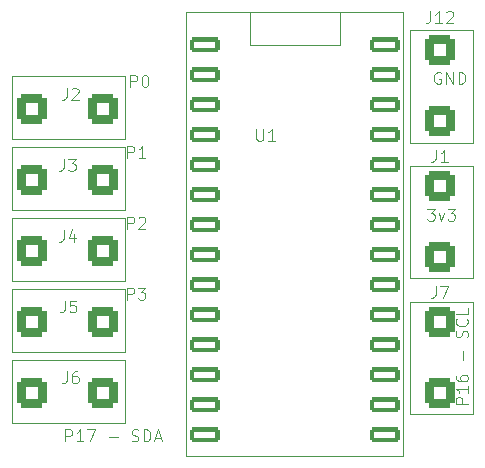
<source format=gto>
G04 #@! TF.GenerationSoftware,KiCad,Pcbnew,9.0.0-9.0.0-2~ubuntu24.04.1*
G04 #@! TF.CreationDate,2025-04-02T19:49:27+02:00*
G04 #@! TF.ProjectId,Teensy_Interface,5465656e-7379-45f4-996e-746572666163,rev?*
G04 #@! TF.SameCoordinates,Original*
G04 #@! TF.FileFunction,Legend,Top*
G04 #@! TF.FilePolarity,Positive*
%FSLAX46Y46*%
G04 Gerber Fmt 4.6, Leading zero omitted, Abs format (unit mm)*
G04 Created by KiCad (PCBNEW 9.0.0-9.0.0-2~ubuntu24.04.1) date 2025-04-02 19:49:27*
%MOMM*%
%LPD*%
G01*
G04 APERTURE LIST*
G04 Aperture macros list*
%AMRoundRect*
0 Rectangle with rounded corners*
0 $1 Rounding radius*
0 $2 $3 $4 $5 $6 $7 $8 $9 X,Y pos of 4 corners*
0 Add a 4 corners polygon primitive as box body*
4,1,4,$2,$3,$4,$5,$6,$7,$8,$9,$2,$3,0*
0 Add four circle primitives for the rounded corners*
1,1,$1+$1,$2,$3*
1,1,$1+$1,$4,$5*
1,1,$1+$1,$6,$7*
1,1,$1+$1,$8,$9*
0 Add four rect primitives between the rounded corners*
20,1,$1+$1,$2,$3,$4,$5,0*
20,1,$1+$1,$4,$5,$6,$7,0*
20,1,$1+$1,$6,$7,$8,$9,0*
20,1,$1+$1,$8,$9,$2,$3,0*%
G04 Aperture macros list end*
%ADD10C,0.100000*%
%ADD11RoundRect,0.381000X0.889000X-0.889000X0.889000X0.889000X-0.889000X0.889000X-0.889000X-0.889000X0*%
%ADD12RoundRect,0.190500X-1.079500X-0.444500X1.079500X-0.444500X1.079500X0.444500X-1.079500X0.444500X0*%
%ADD13RoundRect,0.381000X-0.889000X-0.889000X0.889000X-0.889000X0.889000X0.889000X-0.889000X0.889000X0*%
G04 APERTURE END LIST*
D10*
X80303884Y-54622419D02*
X80303884Y-53622419D01*
X80303884Y-53622419D02*
X80684836Y-53622419D01*
X80684836Y-53622419D02*
X80780074Y-53670038D01*
X80780074Y-53670038D02*
X80827693Y-53717657D01*
X80827693Y-53717657D02*
X80875312Y-53812895D01*
X80875312Y-53812895D02*
X80875312Y-53955752D01*
X80875312Y-53955752D02*
X80827693Y-54050990D01*
X80827693Y-54050990D02*
X80780074Y-54098609D01*
X80780074Y-54098609D02*
X80684836Y-54146228D01*
X80684836Y-54146228D02*
X80303884Y-54146228D01*
X81494360Y-53622419D02*
X81589598Y-53622419D01*
X81589598Y-53622419D02*
X81684836Y-53670038D01*
X81684836Y-53670038D02*
X81732455Y-53717657D01*
X81732455Y-53717657D02*
X81780074Y-53812895D01*
X81780074Y-53812895D02*
X81827693Y-54003371D01*
X81827693Y-54003371D02*
X81827693Y-54241466D01*
X81827693Y-54241466D02*
X81780074Y-54431942D01*
X81780074Y-54431942D02*
X81732455Y-54527180D01*
X81732455Y-54527180D02*
X81684836Y-54574800D01*
X81684836Y-54574800D02*
X81589598Y-54622419D01*
X81589598Y-54622419D02*
X81494360Y-54622419D01*
X81494360Y-54622419D02*
X81399122Y-54574800D01*
X81399122Y-54574800D02*
X81351503Y-54527180D01*
X81351503Y-54527180D02*
X81303884Y-54431942D01*
X81303884Y-54431942D02*
X81256265Y-54241466D01*
X81256265Y-54241466D02*
X81256265Y-54003371D01*
X81256265Y-54003371D02*
X81303884Y-53812895D01*
X81303884Y-53812895D02*
X81351503Y-53717657D01*
X81351503Y-53717657D02*
X81399122Y-53670038D01*
X81399122Y-53670038D02*
X81494360Y-53622419D01*
X106577693Y-53420038D02*
X106482455Y-53372419D01*
X106482455Y-53372419D02*
X106339598Y-53372419D01*
X106339598Y-53372419D02*
X106196741Y-53420038D01*
X106196741Y-53420038D02*
X106101503Y-53515276D01*
X106101503Y-53515276D02*
X106053884Y-53610514D01*
X106053884Y-53610514D02*
X106006265Y-53800990D01*
X106006265Y-53800990D02*
X106006265Y-53943847D01*
X106006265Y-53943847D02*
X106053884Y-54134323D01*
X106053884Y-54134323D02*
X106101503Y-54229561D01*
X106101503Y-54229561D02*
X106196741Y-54324800D01*
X106196741Y-54324800D02*
X106339598Y-54372419D01*
X106339598Y-54372419D02*
X106434836Y-54372419D01*
X106434836Y-54372419D02*
X106577693Y-54324800D01*
X106577693Y-54324800D02*
X106625312Y-54277180D01*
X106625312Y-54277180D02*
X106625312Y-53943847D01*
X106625312Y-53943847D02*
X106434836Y-53943847D01*
X107053884Y-54372419D02*
X107053884Y-53372419D01*
X107053884Y-53372419D02*
X107625312Y-54372419D01*
X107625312Y-54372419D02*
X107625312Y-53372419D01*
X108101503Y-54372419D02*
X108101503Y-53372419D01*
X108101503Y-53372419D02*
X108339598Y-53372419D01*
X108339598Y-53372419D02*
X108482455Y-53420038D01*
X108482455Y-53420038D02*
X108577693Y-53515276D01*
X108577693Y-53515276D02*
X108625312Y-53610514D01*
X108625312Y-53610514D02*
X108672931Y-53800990D01*
X108672931Y-53800990D02*
X108672931Y-53943847D01*
X108672931Y-53943847D02*
X108625312Y-54134323D01*
X108625312Y-54134323D02*
X108577693Y-54229561D01*
X108577693Y-54229561D02*
X108482455Y-54324800D01*
X108482455Y-54324800D02*
X108339598Y-54372419D01*
X108339598Y-54372419D02*
X108101503Y-54372419D01*
X80053884Y-66622419D02*
X80053884Y-65622419D01*
X80053884Y-65622419D02*
X80434836Y-65622419D01*
X80434836Y-65622419D02*
X80530074Y-65670038D01*
X80530074Y-65670038D02*
X80577693Y-65717657D01*
X80577693Y-65717657D02*
X80625312Y-65812895D01*
X80625312Y-65812895D02*
X80625312Y-65955752D01*
X80625312Y-65955752D02*
X80577693Y-66050990D01*
X80577693Y-66050990D02*
X80530074Y-66098609D01*
X80530074Y-66098609D02*
X80434836Y-66146228D01*
X80434836Y-66146228D02*
X80053884Y-66146228D01*
X81006265Y-65717657D02*
X81053884Y-65670038D01*
X81053884Y-65670038D02*
X81149122Y-65622419D01*
X81149122Y-65622419D02*
X81387217Y-65622419D01*
X81387217Y-65622419D02*
X81482455Y-65670038D01*
X81482455Y-65670038D02*
X81530074Y-65717657D01*
X81530074Y-65717657D02*
X81577693Y-65812895D01*
X81577693Y-65812895D02*
X81577693Y-65908133D01*
X81577693Y-65908133D02*
X81530074Y-66050990D01*
X81530074Y-66050990D02*
X80958646Y-66622419D01*
X80958646Y-66622419D02*
X81577693Y-66622419D01*
X80053884Y-60622419D02*
X80053884Y-59622419D01*
X80053884Y-59622419D02*
X80434836Y-59622419D01*
X80434836Y-59622419D02*
X80530074Y-59670038D01*
X80530074Y-59670038D02*
X80577693Y-59717657D01*
X80577693Y-59717657D02*
X80625312Y-59812895D01*
X80625312Y-59812895D02*
X80625312Y-59955752D01*
X80625312Y-59955752D02*
X80577693Y-60050990D01*
X80577693Y-60050990D02*
X80530074Y-60098609D01*
X80530074Y-60098609D02*
X80434836Y-60146228D01*
X80434836Y-60146228D02*
X80053884Y-60146228D01*
X81577693Y-60622419D02*
X81006265Y-60622419D01*
X81291979Y-60622419D02*
X81291979Y-59622419D01*
X81291979Y-59622419D02*
X81196741Y-59765276D01*
X81196741Y-59765276D02*
X81101503Y-59860514D01*
X81101503Y-59860514D02*
X81006265Y-59908133D01*
X105458646Y-64938719D02*
X106077693Y-64938719D01*
X106077693Y-64938719D02*
X105744360Y-65319671D01*
X105744360Y-65319671D02*
X105887217Y-65319671D01*
X105887217Y-65319671D02*
X105982455Y-65367290D01*
X105982455Y-65367290D02*
X106030074Y-65414909D01*
X106030074Y-65414909D02*
X106077693Y-65510147D01*
X106077693Y-65510147D02*
X106077693Y-65748242D01*
X106077693Y-65748242D02*
X106030074Y-65843480D01*
X106030074Y-65843480D02*
X105982455Y-65891100D01*
X105982455Y-65891100D02*
X105887217Y-65938719D01*
X105887217Y-65938719D02*
X105601503Y-65938719D01*
X105601503Y-65938719D02*
X105506265Y-65891100D01*
X105506265Y-65891100D02*
X105458646Y-65843480D01*
X106411027Y-65272052D02*
X106649122Y-65938719D01*
X106649122Y-65938719D02*
X106887217Y-65272052D01*
X107172932Y-64938719D02*
X107791979Y-64938719D01*
X107791979Y-64938719D02*
X107458646Y-65319671D01*
X107458646Y-65319671D02*
X107601503Y-65319671D01*
X107601503Y-65319671D02*
X107696741Y-65367290D01*
X107696741Y-65367290D02*
X107744360Y-65414909D01*
X107744360Y-65414909D02*
X107791979Y-65510147D01*
X107791979Y-65510147D02*
X107791979Y-65748242D01*
X107791979Y-65748242D02*
X107744360Y-65843480D01*
X107744360Y-65843480D02*
X107696741Y-65891100D01*
X107696741Y-65891100D02*
X107601503Y-65938719D01*
X107601503Y-65938719D02*
X107315789Y-65938719D01*
X107315789Y-65938719D02*
X107220551Y-65891100D01*
X107220551Y-65891100D02*
X107172932Y-65843480D01*
X108872419Y-81446115D02*
X107872419Y-81446115D01*
X107872419Y-81446115D02*
X107872419Y-81065163D01*
X107872419Y-81065163D02*
X107920038Y-80969925D01*
X107920038Y-80969925D02*
X107967657Y-80922306D01*
X107967657Y-80922306D02*
X108062895Y-80874687D01*
X108062895Y-80874687D02*
X108205752Y-80874687D01*
X108205752Y-80874687D02*
X108300990Y-80922306D01*
X108300990Y-80922306D02*
X108348609Y-80969925D01*
X108348609Y-80969925D02*
X108396228Y-81065163D01*
X108396228Y-81065163D02*
X108396228Y-81446115D01*
X108872419Y-79922306D02*
X108872419Y-80493734D01*
X108872419Y-80208020D02*
X107872419Y-80208020D01*
X107872419Y-80208020D02*
X108015276Y-80303258D01*
X108015276Y-80303258D02*
X108110514Y-80398496D01*
X108110514Y-80398496D02*
X108158133Y-80493734D01*
X107872419Y-79065163D02*
X107872419Y-79255639D01*
X107872419Y-79255639D02*
X107920038Y-79350877D01*
X107920038Y-79350877D02*
X107967657Y-79398496D01*
X107967657Y-79398496D02*
X108110514Y-79493734D01*
X108110514Y-79493734D02*
X108300990Y-79541353D01*
X108300990Y-79541353D02*
X108681942Y-79541353D01*
X108681942Y-79541353D02*
X108777180Y-79493734D01*
X108777180Y-79493734D02*
X108824800Y-79446115D01*
X108824800Y-79446115D02*
X108872419Y-79350877D01*
X108872419Y-79350877D02*
X108872419Y-79160401D01*
X108872419Y-79160401D02*
X108824800Y-79065163D01*
X108824800Y-79065163D02*
X108777180Y-79017544D01*
X108777180Y-79017544D02*
X108681942Y-78969925D01*
X108681942Y-78969925D02*
X108443847Y-78969925D01*
X108443847Y-78969925D02*
X108348609Y-79017544D01*
X108348609Y-79017544D02*
X108300990Y-79065163D01*
X108300990Y-79065163D02*
X108253371Y-79160401D01*
X108253371Y-79160401D02*
X108253371Y-79350877D01*
X108253371Y-79350877D02*
X108300990Y-79446115D01*
X108300990Y-79446115D02*
X108348609Y-79493734D01*
X108348609Y-79493734D02*
X108443847Y-79541353D01*
X108491466Y-77779448D02*
X108491466Y-77017544D01*
X108824800Y-75827067D02*
X108872419Y-75684210D01*
X108872419Y-75684210D02*
X108872419Y-75446115D01*
X108872419Y-75446115D02*
X108824800Y-75350877D01*
X108824800Y-75350877D02*
X108777180Y-75303258D01*
X108777180Y-75303258D02*
X108681942Y-75255639D01*
X108681942Y-75255639D02*
X108586704Y-75255639D01*
X108586704Y-75255639D02*
X108491466Y-75303258D01*
X108491466Y-75303258D02*
X108443847Y-75350877D01*
X108443847Y-75350877D02*
X108396228Y-75446115D01*
X108396228Y-75446115D02*
X108348609Y-75636591D01*
X108348609Y-75636591D02*
X108300990Y-75731829D01*
X108300990Y-75731829D02*
X108253371Y-75779448D01*
X108253371Y-75779448D02*
X108158133Y-75827067D01*
X108158133Y-75827067D02*
X108062895Y-75827067D01*
X108062895Y-75827067D02*
X107967657Y-75779448D01*
X107967657Y-75779448D02*
X107920038Y-75731829D01*
X107920038Y-75731829D02*
X107872419Y-75636591D01*
X107872419Y-75636591D02*
X107872419Y-75398496D01*
X107872419Y-75398496D02*
X107920038Y-75255639D01*
X108777180Y-74255639D02*
X108824800Y-74303258D01*
X108824800Y-74303258D02*
X108872419Y-74446115D01*
X108872419Y-74446115D02*
X108872419Y-74541353D01*
X108872419Y-74541353D02*
X108824800Y-74684210D01*
X108824800Y-74684210D02*
X108729561Y-74779448D01*
X108729561Y-74779448D02*
X108634323Y-74827067D01*
X108634323Y-74827067D02*
X108443847Y-74874686D01*
X108443847Y-74874686D02*
X108300990Y-74874686D01*
X108300990Y-74874686D02*
X108110514Y-74827067D01*
X108110514Y-74827067D02*
X108015276Y-74779448D01*
X108015276Y-74779448D02*
X107920038Y-74684210D01*
X107920038Y-74684210D02*
X107872419Y-74541353D01*
X107872419Y-74541353D02*
X107872419Y-74446115D01*
X107872419Y-74446115D02*
X107920038Y-74303258D01*
X107920038Y-74303258D02*
X107967657Y-74255639D01*
X108872419Y-73350877D02*
X108872419Y-73827067D01*
X108872419Y-73827067D02*
X107872419Y-73827067D01*
X80053884Y-72622419D02*
X80053884Y-71622419D01*
X80053884Y-71622419D02*
X80434836Y-71622419D01*
X80434836Y-71622419D02*
X80530074Y-71670038D01*
X80530074Y-71670038D02*
X80577693Y-71717657D01*
X80577693Y-71717657D02*
X80625312Y-71812895D01*
X80625312Y-71812895D02*
X80625312Y-71955752D01*
X80625312Y-71955752D02*
X80577693Y-72050990D01*
X80577693Y-72050990D02*
X80530074Y-72098609D01*
X80530074Y-72098609D02*
X80434836Y-72146228D01*
X80434836Y-72146228D02*
X80053884Y-72146228D01*
X80958646Y-71622419D02*
X81577693Y-71622419D01*
X81577693Y-71622419D02*
X81244360Y-72003371D01*
X81244360Y-72003371D02*
X81387217Y-72003371D01*
X81387217Y-72003371D02*
X81482455Y-72050990D01*
X81482455Y-72050990D02*
X81530074Y-72098609D01*
X81530074Y-72098609D02*
X81577693Y-72193847D01*
X81577693Y-72193847D02*
X81577693Y-72431942D01*
X81577693Y-72431942D02*
X81530074Y-72527180D01*
X81530074Y-72527180D02*
X81482455Y-72574800D01*
X81482455Y-72574800D02*
X81387217Y-72622419D01*
X81387217Y-72622419D02*
X81101503Y-72622419D01*
X81101503Y-72622419D02*
X81006265Y-72574800D01*
X81006265Y-72574800D02*
X80958646Y-72527180D01*
X74803884Y-84622419D02*
X74803884Y-83622419D01*
X74803884Y-83622419D02*
X75184836Y-83622419D01*
X75184836Y-83622419D02*
X75280074Y-83670038D01*
X75280074Y-83670038D02*
X75327693Y-83717657D01*
X75327693Y-83717657D02*
X75375312Y-83812895D01*
X75375312Y-83812895D02*
X75375312Y-83955752D01*
X75375312Y-83955752D02*
X75327693Y-84050990D01*
X75327693Y-84050990D02*
X75280074Y-84098609D01*
X75280074Y-84098609D02*
X75184836Y-84146228D01*
X75184836Y-84146228D02*
X74803884Y-84146228D01*
X76327693Y-84622419D02*
X75756265Y-84622419D01*
X76041979Y-84622419D02*
X76041979Y-83622419D01*
X76041979Y-83622419D02*
X75946741Y-83765276D01*
X75946741Y-83765276D02*
X75851503Y-83860514D01*
X75851503Y-83860514D02*
X75756265Y-83908133D01*
X76661027Y-83622419D02*
X77327693Y-83622419D01*
X77327693Y-83622419D02*
X76899122Y-84622419D01*
X78470551Y-84241466D02*
X79232456Y-84241466D01*
X80422932Y-84574800D02*
X80565789Y-84622419D01*
X80565789Y-84622419D02*
X80803884Y-84622419D01*
X80803884Y-84622419D02*
X80899122Y-84574800D01*
X80899122Y-84574800D02*
X80946741Y-84527180D01*
X80946741Y-84527180D02*
X80994360Y-84431942D01*
X80994360Y-84431942D02*
X80994360Y-84336704D01*
X80994360Y-84336704D02*
X80946741Y-84241466D01*
X80946741Y-84241466D02*
X80899122Y-84193847D01*
X80899122Y-84193847D02*
X80803884Y-84146228D01*
X80803884Y-84146228D02*
X80613408Y-84098609D01*
X80613408Y-84098609D02*
X80518170Y-84050990D01*
X80518170Y-84050990D02*
X80470551Y-84003371D01*
X80470551Y-84003371D02*
X80422932Y-83908133D01*
X80422932Y-83908133D02*
X80422932Y-83812895D01*
X80422932Y-83812895D02*
X80470551Y-83717657D01*
X80470551Y-83717657D02*
X80518170Y-83670038D01*
X80518170Y-83670038D02*
X80613408Y-83622419D01*
X80613408Y-83622419D02*
X80851503Y-83622419D01*
X80851503Y-83622419D02*
X80994360Y-83670038D01*
X81422932Y-84622419D02*
X81422932Y-83622419D01*
X81422932Y-83622419D02*
X81661027Y-83622419D01*
X81661027Y-83622419D02*
X81803884Y-83670038D01*
X81803884Y-83670038D02*
X81899122Y-83765276D01*
X81899122Y-83765276D02*
X81946741Y-83860514D01*
X81946741Y-83860514D02*
X81994360Y-84050990D01*
X81994360Y-84050990D02*
X81994360Y-84193847D01*
X81994360Y-84193847D02*
X81946741Y-84384323D01*
X81946741Y-84384323D02*
X81899122Y-84479561D01*
X81899122Y-84479561D02*
X81803884Y-84574800D01*
X81803884Y-84574800D02*
X81661027Y-84622419D01*
X81661027Y-84622419D02*
X81422932Y-84622419D01*
X82375313Y-84336704D02*
X82851503Y-84336704D01*
X82280075Y-84622419D02*
X82613408Y-83622419D01*
X82613408Y-83622419D02*
X82946741Y-84622419D01*
X74666666Y-60707419D02*
X74666666Y-61421704D01*
X74666666Y-61421704D02*
X74619047Y-61564561D01*
X74619047Y-61564561D02*
X74523809Y-61659800D01*
X74523809Y-61659800D02*
X74380952Y-61707419D01*
X74380952Y-61707419D02*
X74285714Y-61707419D01*
X75047619Y-60707419D02*
X75666666Y-60707419D01*
X75666666Y-60707419D02*
X75333333Y-61088371D01*
X75333333Y-61088371D02*
X75476190Y-61088371D01*
X75476190Y-61088371D02*
X75571428Y-61135990D01*
X75571428Y-61135990D02*
X75619047Y-61183609D01*
X75619047Y-61183609D02*
X75666666Y-61278847D01*
X75666666Y-61278847D02*
X75666666Y-61516942D01*
X75666666Y-61516942D02*
X75619047Y-61612180D01*
X75619047Y-61612180D02*
X75571428Y-61659800D01*
X75571428Y-61659800D02*
X75476190Y-61707419D01*
X75476190Y-61707419D02*
X75190476Y-61707419D01*
X75190476Y-61707419D02*
X75095238Y-61659800D01*
X75095238Y-61659800D02*
X75047619Y-61612180D01*
X90975095Y-58168219D02*
X90975095Y-58977742D01*
X90975095Y-58977742D02*
X91022714Y-59072980D01*
X91022714Y-59072980D02*
X91070333Y-59120600D01*
X91070333Y-59120600D02*
X91165571Y-59168219D01*
X91165571Y-59168219D02*
X91356047Y-59168219D01*
X91356047Y-59168219D02*
X91451285Y-59120600D01*
X91451285Y-59120600D02*
X91498904Y-59072980D01*
X91498904Y-59072980D02*
X91546523Y-58977742D01*
X91546523Y-58977742D02*
X91546523Y-58168219D01*
X92546523Y-59168219D02*
X91975095Y-59168219D01*
X92260809Y-59168219D02*
X92260809Y-58168219D01*
X92260809Y-58168219D02*
X92165571Y-58311076D01*
X92165571Y-58311076D02*
X92070333Y-58406314D01*
X92070333Y-58406314D02*
X91975095Y-58453933D01*
X74916666Y-78707419D02*
X74916666Y-79421704D01*
X74916666Y-79421704D02*
X74869047Y-79564561D01*
X74869047Y-79564561D02*
X74773809Y-79659800D01*
X74773809Y-79659800D02*
X74630952Y-79707419D01*
X74630952Y-79707419D02*
X74535714Y-79707419D01*
X75821428Y-78707419D02*
X75630952Y-78707419D01*
X75630952Y-78707419D02*
X75535714Y-78755038D01*
X75535714Y-78755038D02*
X75488095Y-78802657D01*
X75488095Y-78802657D02*
X75392857Y-78945514D01*
X75392857Y-78945514D02*
X75345238Y-79135990D01*
X75345238Y-79135990D02*
X75345238Y-79516942D01*
X75345238Y-79516942D02*
X75392857Y-79612180D01*
X75392857Y-79612180D02*
X75440476Y-79659800D01*
X75440476Y-79659800D02*
X75535714Y-79707419D01*
X75535714Y-79707419D02*
X75726190Y-79707419D01*
X75726190Y-79707419D02*
X75821428Y-79659800D01*
X75821428Y-79659800D02*
X75869047Y-79612180D01*
X75869047Y-79612180D02*
X75916666Y-79516942D01*
X75916666Y-79516942D02*
X75916666Y-79278847D01*
X75916666Y-79278847D02*
X75869047Y-79183609D01*
X75869047Y-79183609D02*
X75821428Y-79135990D01*
X75821428Y-79135990D02*
X75726190Y-79088371D01*
X75726190Y-79088371D02*
X75535714Y-79088371D01*
X75535714Y-79088371D02*
X75440476Y-79135990D01*
X75440476Y-79135990D02*
X75392857Y-79183609D01*
X75392857Y-79183609D02*
X75345238Y-79278847D01*
X74916666Y-54707419D02*
X74916666Y-55421704D01*
X74916666Y-55421704D02*
X74869047Y-55564561D01*
X74869047Y-55564561D02*
X74773809Y-55659800D01*
X74773809Y-55659800D02*
X74630952Y-55707419D01*
X74630952Y-55707419D02*
X74535714Y-55707419D01*
X75345238Y-54802657D02*
X75392857Y-54755038D01*
X75392857Y-54755038D02*
X75488095Y-54707419D01*
X75488095Y-54707419D02*
X75726190Y-54707419D01*
X75726190Y-54707419D02*
X75821428Y-54755038D01*
X75821428Y-54755038D02*
X75869047Y-54802657D01*
X75869047Y-54802657D02*
X75916666Y-54897895D01*
X75916666Y-54897895D02*
X75916666Y-54993133D01*
X75916666Y-54993133D02*
X75869047Y-55135990D01*
X75869047Y-55135990D02*
X75297619Y-55707419D01*
X75297619Y-55707419D02*
X75916666Y-55707419D01*
X106166666Y-59957419D02*
X106166666Y-60671704D01*
X106166666Y-60671704D02*
X106119047Y-60814561D01*
X106119047Y-60814561D02*
X106023809Y-60909800D01*
X106023809Y-60909800D02*
X105880952Y-60957419D01*
X105880952Y-60957419D02*
X105785714Y-60957419D01*
X107166666Y-60957419D02*
X106595238Y-60957419D01*
X106880952Y-60957419D02*
X106880952Y-59957419D01*
X106880952Y-59957419D02*
X106785714Y-60100276D01*
X106785714Y-60100276D02*
X106690476Y-60195514D01*
X106690476Y-60195514D02*
X106595238Y-60243133D01*
X74732966Y-72707419D02*
X74732966Y-73421704D01*
X74732966Y-73421704D02*
X74685347Y-73564561D01*
X74685347Y-73564561D02*
X74590109Y-73659800D01*
X74590109Y-73659800D02*
X74447252Y-73707419D01*
X74447252Y-73707419D02*
X74352014Y-73707419D01*
X75685347Y-72707419D02*
X75209157Y-72707419D01*
X75209157Y-72707419D02*
X75161538Y-73183609D01*
X75161538Y-73183609D02*
X75209157Y-73135990D01*
X75209157Y-73135990D02*
X75304395Y-73088371D01*
X75304395Y-73088371D02*
X75542490Y-73088371D01*
X75542490Y-73088371D02*
X75637728Y-73135990D01*
X75637728Y-73135990D02*
X75685347Y-73183609D01*
X75685347Y-73183609D02*
X75732966Y-73278847D01*
X75732966Y-73278847D02*
X75732966Y-73516942D01*
X75732966Y-73516942D02*
X75685347Y-73612180D01*
X75685347Y-73612180D02*
X75637728Y-73659800D01*
X75637728Y-73659800D02*
X75542490Y-73707419D01*
X75542490Y-73707419D02*
X75304395Y-73707419D01*
X75304395Y-73707419D02*
X75209157Y-73659800D01*
X75209157Y-73659800D02*
X75161538Y-73612180D01*
X106166666Y-71457419D02*
X106166666Y-72171704D01*
X106166666Y-72171704D02*
X106119047Y-72314561D01*
X106119047Y-72314561D02*
X106023809Y-72409800D01*
X106023809Y-72409800D02*
X105880952Y-72457419D01*
X105880952Y-72457419D02*
X105785714Y-72457419D01*
X106547619Y-71457419D02*
X107214285Y-71457419D01*
X107214285Y-71457419D02*
X106785714Y-72457419D01*
X74666666Y-66707419D02*
X74666666Y-67421704D01*
X74666666Y-67421704D02*
X74619047Y-67564561D01*
X74619047Y-67564561D02*
X74523809Y-67659800D01*
X74523809Y-67659800D02*
X74380952Y-67707419D01*
X74380952Y-67707419D02*
X74285714Y-67707419D01*
X75571428Y-67040752D02*
X75571428Y-67707419D01*
X75333333Y-66659800D02*
X75095238Y-67374085D01*
X75095238Y-67374085D02*
X75714285Y-67374085D01*
X105690476Y-48214219D02*
X105690476Y-48928504D01*
X105690476Y-48928504D02*
X105642857Y-49071361D01*
X105642857Y-49071361D02*
X105547619Y-49166600D01*
X105547619Y-49166600D02*
X105404762Y-49214219D01*
X105404762Y-49214219D02*
X105309524Y-49214219D01*
X106690476Y-49214219D02*
X106119048Y-49214219D01*
X106404762Y-49214219D02*
X106404762Y-48214219D01*
X106404762Y-48214219D02*
X106309524Y-48357076D01*
X106309524Y-48357076D02*
X106214286Y-48452314D01*
X106214286Y-48452314D02*
X106119048Y-48499933D01*
X107071429Y-48309457D02*
X107119048Y-48261838D01*
X107119048Y-48261838D02*
X107214286Y-48214219D01*
X107214286Y-48214219D02*
X107452381Y-48214219D01*
X107452381Y-48214219D02*
X107547619Y-48261838D01*
X107547619Y-48261838D02*
X107595238Y-48309457D01*
X107595238Y-48309457D02*
X107642857Y-48404695D01*
X107642857Y-48404695D02*
X107642857Y-48499933D01*
X107642857Y-48499933D02*
X107595238Y-48642790D01*
X107595238Y-48642790D02*
X107023810Y-49214219D01*
X107023810Y-49214219D02*
X107642857Y-49214219D01*
X70298200Y-65040000D02*
X79823200Y-65040000D01*
X79823200Y-59706000D01*
X70298200Y-59706000D01*
X70298200Y-65040000D01*
X85006000Y-48296800D02*
X103421000Y-48296800D01*
X103421000Y-85888800D01*
X85006000Y-85888800D01*
X85006000Y-48296800D01*
X90467000Y-48296800D02*
X98087000Y-48296800D01*
X98087000Y-51090800D01*
X90467000Y-51090800D01*
X90467000Y-48296800D01*
X70303800Y-83040000D02*
X79828800Y-83040000D01*
X79828800Y-77706000D01*
X70303800Y-77706000D01*
X70303800Y-83040000D01*
X70298200Y-59040000D02*
X79823200Y-59040000D01*
X79823200Y-53706000D01*
X70298200Y-53706000D01*
X70298200Y-59040000D01*
X103960000Y-61303800D02*
X109294000Y-61303800D01*
X109294000Y-70828800D01*
X103960000Y-70828800D01*
X103960000Y-61303800D01*
X70303800Y-77040000D02*
X79828800Y-77040000D01*
X79828800Y-71706000D01*
X70303800Y-71706000D01*
X70303800Y-77040000D01*
X103960000Y-72803800D02*
X109294000Y-72803800D01*
X109294000Y-82328800D01*
X103960000Y-82328800D01*
X103960000Y-72803800D01*
X70298200Y-71040000D02*
X79823200Y-71040000D01*
X79823200Y-65706000D01*
X70298200Y-65706000D01*
X70298200Y-71040000D01*
X103960000Y-49803800D02*
X109294000Y-49803800D01*
X109294000Y-59328800D01*
X103960000Y-59328800D01*
X103960000Y-49803800D01*
%LPC*%
D11*
X72000000Y-62500000D03*
X77994400Y-62500000D03*
D12*
X86657000Y-51090800D03*
X86657000Y-53630800D03*
X86657000Y-56170800D03*
X86657000Y-58710800D03*
X86657000Y-61250800D03*
X86657000Y-63790800D03*
X86657000Y-66330800D03*
X86657000Y-68870800D03*
X86657000Y-71410800D03*
X86657000Y-73950800D03*
X86657000Y-76490800D03*
X86657000Y-79030800D03*
X86657000Y-81570800D03*
X86657000Y-84110800D03*
X101897000Y-84110800D03*
X101897000Y-81570800D03*
X101897000Y-79030800D03*
X101897000Y-76490800D03*
X101897000Y-73950800D03*
X101897000Y-71410800D03*
X101897000Y-68870800D03*
X101897000Y-66330800D03*
X101897000Y-63790800D03*
X101897000Y-61250800D03*
X101897000Y-58710800D03*
X101897000Y-56170800D03*
X101897000Y-53630800D03*
X101897000Y-51090800D03*
D11*
X72005600Y-80500000D03*
X78000000Y-80500000D03*
X72000000Y-56500000D03*
X77994400Y-56500000D03*
D13*
X106500000Y-63005600D03*
X106500000Y-69000000D03*
D11*
X72005600Y-74500000D03*
X78000000Y-74500000D03*
D13*
X106500000Y-74505600D03*
X106500000Y-80500000D03*
D11*
X72000000Y-68500000D03*
X77994400Y-68500000D03*
D13*
X106500000Y-51505600D03*
X106500000Y-57500000D03*
%LPD*%
M02*

</source>
